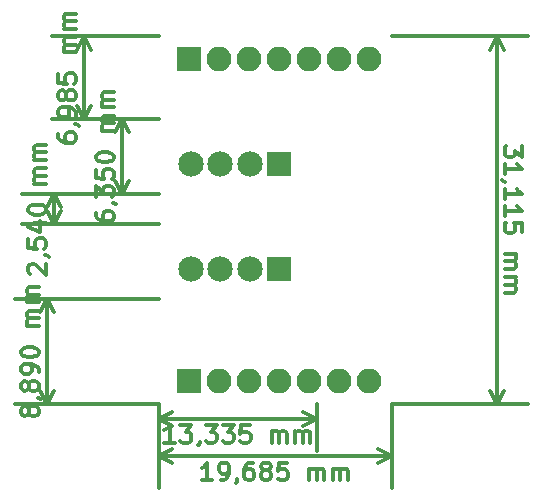
<source format=gbs>
G04 #@! TF.FileFunction,Soldermask,Bot*
%FSLAX46Y46*%
G04 Gerber Fmt 4.6, Leading zero omitted, Abs format (unit mm)*
G04 Created by KiCad (PCBNEW 4.0.7-e1-6374~58~ubuntu16.04.1) date Wed Aug  2 11:39:31 2017*
%MOMM*%
%LPD*%
G01*
G04 APERTURE LIST*
%ADD10C,0.100000*%
%ADD11C,0.300000*%
%ADD12R,2.150000X2.150000*%
%ADD13C,2.150000*%
%ADD14R,2.100000X2.100000*%
%ADD15O,2.100000X2.100000*%
G04 APERTURE END LIST*
D10*
D11*
X147995358Y-137918571D02*
X147138215Y-137918571D01*
X147566787Y-137918571D02*
X147566787Y-136418571D01*
X147423930Y-136632857D01*
X147281072Y-136775714D01*
X147138215Y-136847143D01*
X148495358Y-136418571D02*
X149423929Y-136418571D01*
X148923929Y-136990000D01*
X149138215Y-136990000D01*
X149281072Y-137061429D01*
X149352501Y-137132857D01*
X149423929Y-137275714D01*
X149423929Y-137632857D01*
X149352501Y-137775714D01*
X149281072Y-137847143D01*
X149138215Y-137918571D01*
X148709643Y-137918571D01*
X148566786Y-137847143D01*
X148495358Y-137775714D01*
X150138214Y-137847143D02*
X150138214Y-137918571D01*
X150066786Y-138061429D01*
X149995357Y-138132857D01*
X150638215Y-136418571D02*
X151566786Y-136418571D01*
X151066786Y-136990000D01*
X151281072Y-136990000D01*
X151423929Y-137061429D01*
X151495358Y-137132857D01*
X151566786Y-137275714D01*
X151566786Y-137632857D01*
X151495358Y-137775714D01*
X151423929Y-137847143D01*
X151281072Y-137918571D01*
X150852500Y-137918571D01*
X150709643Y-137847143D01*
X150638215Y-137775714D01*
X152066786Y-136418571D02*
X152995357Y-136418571D01*
X152495357Y-136990000D01*
X152709643Y-136990000D01*
X152852500Y-137061429D01*
X152923929Y-137132857D01*
X152995357Y-137275714D01*
X152995357Y-137632857D01*
X152923929Y-137775714D01*
X152852500Y-137847143D01*
X152709643Y-137918571D01*
X152281071Y-137918571D01*
X152138214Y-137847143D01*
X152066786Y-137775714D01*
X154352500Y-136418571D02*
X153638214Y-136418571D01*
X153566785Y-137132857D01*
X153638214Y-137061429D01*
X153781071Y-136990000D01*
X154138214Y-136990000D01*
X154281071Y-137061429D01*
X154352500Y-137132857D01*
X154423928Y-137275714D01*
X154423928Y-137632857D01*
X154352500Y-137775714D01*
X154281071Y-137847143D01*
X154138214Y-137918571D01*
X153781071Y-137918571D01*
X153638214Y-137847143D01*
X153566785Y-137775714D01*
X156209642Y-137918571D02*
X156209642Y-136918571D01*
X156209642Y-137061429D02*
X156281070Y-136990000D01*
X156423928Y-136918571D01*
X156638213Y-136918571D01*
X156781070Y-136990000D01*
X156852499Y-137132857D01*
X156852499Y-137918571D01*
X156852499Y-137132857D02*
X156923928Y-136990000D01*
X157066785Y-136918571D01*
X157281070Y-136918571D01*
X157423928Y-136990000D01*
X157495356Y-137132857D01*
X157495356Y-137918571D01*
X158209642Y-137918571D02*
X158209642Y-136918571D01*
X158209642Y-137061429D02*
X158281070Y-136990000D01*
X158423928Y-136918571D01*
X158638213Y-136918571D01*
X158781070Y-136990000D01*
X158852499Y-137132857D01*
X158852499Y-137918571D01*
X158852499Y-137132857D02*
X158923928Y-136990000D01*
X159066785Y-136918571D01*
X159281070Y-136918571D01*
X159423928Y-136990000D01*
X159495356Y-137132857D01*
X159495356Y-137918571D01*
X160020000Y-135890000D02*
X146685000Y-135890000D01*
X160020000Y-134620000D02*
X160020000Y-138590000D01*
X146685000Y-134620000D02*
X146685000Y-138590000D01*
X146685000Y-135890000D02*
X147811504Y-135303579D01*
X146685000Y-135890000D02*
X147811504Y-136476421D01*
X160020000Y-135890000D02*
X158893496Y-135303579D01*
X160020000Y-135890000D02*
X158893496Y-136476421D01*
X135631429Y-135389284D02*
X135560000Y-135532142D01*
X135488571Y-135603570D01*
X135345714Y-135674999D01*
X135274286Y-135674999D01*
X135131429Y-135603570D01*
X135060000Y-135532142D01*
X134988571Y-135389284D01*
X134988571Y-135103570D01*
X135060000Y-134960713D01*
X135131429Y-134889284D01*
X135274286Y-134817856D01*
X135345714Y-134817856D01*
X135488571Y-134889284D01*
X135560000Y-134960713D01*
X135631429Y-135103570D01*
X135631429Y-135389284D01*
X135702857Y-135532142D01*
X135774286Y-135603570D01*
X135917143Y-135674999D01*
X136202857Y-135674999D01*
X136345714Y-135603570D01*
X136417143Y-135532142D01*
X136488571Y-135389284D01*
X136488571Y-135103570D01*
X136417143Y-134960713D01*
X136345714Y-134889284D01*
X136202857Y-134817856D01*
X135917143Y-134817856D01*
X135774286Y-134889284D01*
X135702857Y-134960713D01*
X135631429Y-135103570D01*
X136417143Y-134103571D02*
X136488571Y-134103571D01*
X136631429Y-134174999D01*
X136702857Y-134246428D01*
X135631429Y-133246427D02*
X135560000Y-133389285D01*
X135488571Y-133460713D01*
X135345714Y-133532142D01*
X135274286Y-133532142D01*
X135131429Y-133460713D01*
X135060000Y-133389285D01*
X134988571Y-133246427D01*
X134988571Y-132960713D01*
X135060000Y-132817856D01*
X135131429Y-132746427D01*
X135274286Y-132674999D01*
X135345714Y-132674999D01*
X135488571Y-132746427D01*
X135560000Y-132817856D01*
X135631429Y-132960713D01*
X135631429Y-133246427D01*
X135702857Y-133389285D01*
X135774286Y-133460713D01*
X135917143Y-133532142D01*
X136202857Y-133532142D01*
X136345714Y-133460713D01*
X136417143Y-133389285D01*
X136488571Y-133246427D01*
X136488571Y-132960713D01*
X136417143Y-132817856D01*
X136345714Y-132746427D01*
X136202857Y-132674999D01*
X135917143Y-132674999D01*
X135774286Y-132746427D01*
X135702857Y-132817856D01*
X135631429Y-132960713D01*
X136488571Y-131960714D02*
X136488571Y-131674999D01*
X136417143Y-131532142D01*
X136345714Y-131460714D01*
X136131429Y-131317856D01*
X135845714Y-131246428D01*
X135274286Y-131246428D01*
X135131429Y-131317856D01*
X135060000Y-131389285D01*
X134988571Y-131532142D01*
X134988571Y-131817856D01*
X135060000Y-131960714D01*
X135131429Y-132032142D01*
X135274286Y-132103571D01*
X135631429Y-132103571D01*
X135774286Y-132032142D01*
X135845714Y-131960714D01*
X135917143Y-131817856D01*
X135917143Y-131532142D01*
X135845714Y-131389285D01*
X135774286Y-131317856D01*
X135631429Y-131246428D01*
X134988571Y-130317857D02*
X134988571Y-130175000D01*
X135060000Y-130032143D01*
X135131429Y-129960714D01*
X135274286Y-129889285D01*
X135560000Y-129817857D01*
X135917143Y-129817857D01*
X136202857Y-129889285D01*
X136345714Y-129960714D01*
X136417143Y-130032143D01*
X136488571Y-130175000D01*
X136488571Y-130317857D01*
X136417143Y-130460714D01*
X136345714Y-130532143D01*
X136202857Y-130603571D01*
X135917143Y-130675000D01*
X135560000Y-130675000D01*
X135274286Y-130603571D01*
X135131429Y-130532143D01*
X135060000Y-130460714D01*
X134988571Y-130317857D01*
X136488571Y-128032143D02*
X135488571Y-128032143D01*
X135631429Y-128032143D02*
X135560000Y-127960715D01*
X135488571Y-127817857D01*
X135488571Y-127603572D01*
X135560000Y-127460715D01*
X135702857Y-127389286D01*
X136488571Y-127389286D01*
X135702857Y-127389286D02*
X135560000Y-127317857D01*
X135488571Y-127175000D01*
X135488571Y-126960715D01*
X135560000Y-126817857D01*
X135702857Y-126746429D01*
X136488571Y-126746429D01*
X136488571Y-126032143D02*
X135488571Y-126032143D01*
X135631429Y-126032143D02*
X135560000Y-125960715D01*
X135488571Y-125817857D01*
X135488571Y-125603572D01*
X135560000Y-125460715D01*
X135702857Y-125389286D01*
X136488571Y-125389286D01*
X135702857Y-125389286D02*
X135560000Y-125317857D01*
X135488571Y-125175000D01*
X135488571Y-124960715D01*
X135560000Y-124817857D01*
X135702857Y-124746429D01*
X136488571Y-124746429D01*
X137160000Y-134620000D02*
X137160000Y-125730000D01*
X146685000Y-134620000D02*
X134460000Y-134620000D01*
X146685000Y-125730000D02*
X134460000Y-125730000D01*
X137160000Y-125730000D02*
X137746421Y-126856504D01*
X137160000Y-125730000D02*
X136573579Y-126856504D01*
X137160000Y-134620000D02*
X137746421Y-133493496D01*
X137160000Y-134620000D02*
X136573579Y-133493496D01*
X135766429Y-123609999D02*
X135695000Y-123538570D01*
X135623571Y-123395713D01*
X135623571Y-123038570D01*
X135695000Y-122895713D01*
X135766429Y-122824284D01*
X135909286Y-122752856D01*
X136052143Y-122752856D01*
X136266429Y-122824284D01*
X137123571Y-123681427D01*
X137123571Y-122752856D01*
X137052143Y-122038571D02*
X137123571Y-122038571D01*
X137266429Y-122109999D01*
X137337857Y-122181428D01*
X135623571Y-120681427D02*
X135623571Y-121395713D01*
X136337857Y-121467142D01*
X136266429Y-121395713D01*
X136195000Y-121252856D01*
X136195000Y-120895713D01*
X136266429Y-120752856D01*
X136337857Y-120681427D01*
X136480714Y-120609999D01*
X136837857Y-120609999D01*
X136980714Y-120681427D01*
X137052143Y-120752856D01*
X137123571Y-120895713D01*
X137123571Y-121252856D01*
X137052143Y-121395713D01*
X136980714Y-121467142D01*
X136123571Y-119324285D02*
X137123571Y-119324285D01*
X135552143Y-119681428D02*
X136623571Y-120038571D01*
X136623571Y-119109999D01*
X135623571Y-118252857D02*
X135623571Y-118110000D01*
X135695000Y-117967143D01*
X135766429Y-117895714D01*
X135909286Y-117824285D01*
X136195000Y-117752857D01*
X136552143Y-117752857D01*
X136837857Y-117824285D01*
X136980714Y-117895714D01*
X137052143Y-117967143D01*
X137123571Y-118110000D01*
X137123571Y-118252857D01*
X137052143Y-118395714D01*
X136980714Y-118467143D01*
X136837857Y-118538571D01*
X136552143Y-118610000D01*
X136195000Y-118610000D01*
X135909286Y-118538571D01*
X135766429Y-118467143D01*
X135695000Y-118395714D01*
X135623571Y-118252857D01*
X137123571Y-115967143D02*
X136123571Y-115967143D01*
X136266429Y-115967143D02*
X136195000Y-115895715D01*
X136123571Y-115752857D01*
X136123571Y-115538572D01*
X136195000Y-115395715D01*
X136337857Y-115324286D01*
X137123571Y-115324286D01*
X136337857Y-115324286D02*
X136195000Y-115252857D01*
X136123571Y-115110000D01*
X136123571Y-114895715D01*
X136195000Y-114752857D01*
X136337857Y-114681429D01*
X137123571Y-114681429D01*
X137123571Y-113967143D02*
X136123571Y-113967143D01*
X136266429Y-113967143D02*
X136195000Y-113895715D01*
X136123571Y-113752857D01*
X136123571Y-113538572D01*
X136195000Y-113395715D01*
X136337857Y-113324286D01*
X137123571Y-113324286D01*
X136337857Y-113324286D02*
X136195000Y-113252857D01*
X136123571Y-113110000D01*
X136123571Y-112895715D01*
X136195000Y-112752857D01*
X136337857Y-112681429D01*
X137123571Y-112681429D01*
X137795000Y-119380000D02*
X137795000Y-116840000D01*
X146685000Y-119380000D02*
X135095000Y-119380000D01*
X146685000Y-116840000D02*
X135095000Y-116840000D01*
X137795000Y-116840000D02*
X138381421Y-117966504D01*
X137795000Y-116840000D02*
X137208579Y-117966504D01*
X137795000Y-119380000D02*
X138381421Y-118253496D01*
X137795000Y-119380000D02*
X137208579Y-118253496D01*
X141338571Y-118450713D02*
X141338571Y-118736427D01*
X141410000Y-118879284D01*
X141481429Y-118950713D01*
X141695714Y-119093570D01*
X141981429Y-119164999D01*
X142552857Y-119164999D01*
X142695714Y-119093570D01*
X142767143Y-119022142D01*
X142838571Y-118879284D01*
X142838571Y-118593570D01*
X142767143Y-118450713D01*
X142695714Y-118379284D01*
X142552857Y-118307856D01*
X142195714Y-118307856D01*
X142052857Y-118379284D01*
X141981429Y-118450713D01*
X141910000Y-118593570D01*
X141910000Y-118879284D01*
X141981429Y-119022142D01*
X142052857Y-119093570D01*
X142195714Y-119164999D01*
X142767143Y-117593571D02*
X142838571Y-117593571D01*
X142981429Y-117664999D01*
X143052857Y-117736428D01*
X141338571Y-117093570D02*
X141338571Y-116164999D01*
X141910000Y-116664999D01*
X141910000Y-116450713D01*
X141981429Y-116307856D01*
X142052857Y-116236427D01*
X142195714Y-116164999D01*
X142552857Y-116164999D01*
X142695714Y-116236427D01*
X142767143Y-116307856D01*
X142838571Y-116450713D01*
X142838571Y-116879285D01*
X142767143Y-117022142D01*
X142695714Y-117093570D01*
X141338571Y-114807856D02*
X141338571Y-115522142D01*
X142052857Y-115593571D01*
X141981429Y-115522142D01*
X141910000Y-115379285D01*
X141910000Y-115022142D01*
X141981429Y-114879285D01*
X142052857Y-114807856D01*
X142195714Y-114736428D01*
X142552857Y-114736428D01*
X142695714Y-114807856D01*
X142767143Y-114879285D01*
X142838571Y-115022142D01*
X142838571Y-115379285D01*
X142767143Y-115522142D01*
X142695714Y-115593571D01*
X141338571Y-113807857D02*
X141338571Y-113665000D01*
X141410000Y-113522143D01*
X141481429Y-113450714D01*
X141624286Y-113379285D01*
X141910000Y-113307857D01*
X142267143Y-113307857D01*
X142552857Y-113379285D01*
X142695714Y-113450714D01*
X142767143Y-113522143D01*
X142838571Y-113665000D01*
X142838571Y-113807857D01*
X142767143Y-113950714D01*
X142695714Y-114022143D01*
X142552857Y-114093571D01*
X142267143Y-114165000D01*
X141910000Y-114165000D01*
X141624286Y-114093571D01*
X141481429Y-114022143D01*
X141410000Y-113950714D01*
X141338571Y-113807857D01*
X142838571Y-111522143D02*
X141838571Y-111522143D01*
X141981429Y-111522143D02*
X141910000Y-111450715D01*
X141838571Y-111307857D01*
X141838571Y-111093572D01*
X141910000Y-110950715D01*
X142052857Y-110879286D01*
X142838571Y-110879286D01*
X142052857Y-110879286D02*
X141910000Y-110807857D01*
X141838571Y-110665000D01*
X141838571Y-110450715D01*
X141910000Y-110307857D01*
X142052857Y-110236429D01*
X142838571Y-110236429D01*
X142838571Y-109522143D02*
X141838571Y-109522143D01*
X141981429Y-109522143D02*
X141910000Y-109450715D01*
X141838571Y-109307857D01*
X141838571Y-109093572D01*
X141910000Y-108950715D01*
X142052857Y-108879286D01*
X142838571Y-108879286D01*
X142052857Y-108879286D02*
X141910000Y-108807857D01*
X141838571Y-108665000D01*
X141838571Y-108450715D01*
X141910000Y-108307857D01*
X142052857Y-108236429D01*
X142838571Y-108236429D01*
X143510000Y-116840000D02*
X143510000Y-110490000D01*
X146685000Y-116840000D02*
X140810000Y-116840000D01*
X146685000Y-110490000D02*
X140810000Y-110490000D01*
X143510000Y-110490000D02*
X144096421Y-111616504D01*
X143510000Y-110490000D02*
X142923579Y-111616504D01*
X143510000Y-116840000D02*
X144096421Y-115713496D01*
X143510000Y-116840000D02*
X142923579Y-115713496D01*
X138163571Y-111783213D02*
X138163571Y-112068927D01*
X138235000Y-112211784D01*
X138306429Y-112283213D01*
X138520714Y-112426070D01*
X138806429Y-112497499D01*
X139377857Y-112497499D01*
X139520714Y-112426070D01*
X139592143Y-112354642D01*
X139663571Y-112211784D01*
X139663571Y-111926070D01*
X139592143Y-111783213D01*
X139520714Y-111711784D01*
X139377857Y-111640356D01*
X139020714Y-111640356D01*
X138877857Y-111711784D01*
X138806429Y-111783213D01*
X138735000Y-111926070D01*
X138735000Y-112211784D01*
X138806429Y-112354642D01*
X138877857Y-112426070D01*
X139020714Y-112497499D01*
X139592143Y-110926071D02*
X139663571Y-110926071D01*
X139806429Y-110997499D01*
X139877857Y-111068928D01*
X139663571Y-110211785D02*
X139663571Y-109926070D01*
X139592143Y-109783213D01*
X139520714Y-109711785D01*
X139306429Y-109568927D01*
X139020714Y-109497499D01*
X138449286Y-109497499D01*
X138306429Y-109568927D01*
X138235000Y-109640356D01*
X138163571Y-109783213D01*
X138163571Y-110068927D01*
X138235000Y-110211785D01*
X138306429Y-110283213D01*
X138449286Y-110354642D01*
X138806429Y-110354642D01*
X138949286Y-110283213D01*
X139020714Y-110211785D01*
X139092143Y-110068927D01*
X139092143Y-109783213D01*
X139020714Y-109640356D01*
X138949286Y-109568927D01*
X138806429Y-109497499D01*
X138806429Y-108640356D02*
X138735000Y-108783214D01*
X138663571Y-108854642D01*
X138520714Y-108926071D01*
X138449286Y-108926071D01*
X138306429Y-108854642D01*
X138235000Y-108783214D01*
X138163571Y-108640356D01*
X138163571Y-108354642D01*
X138235000Y-108211785D01*
X138306429Y-108140356D01*
X138449286Y-108068928D01*
X138520714Y-108068928D01*
X138663571Y-108140356D01*
X138735000Y-108211785D01*
X138806429Y-108354642D01*
X138806429Y-108640356D01*
X138877857Y-108783214D01*
X138949286Y-108854642D01*
X139092143Y-108926071D01*
X139377857Y-108926071D01*
X139520714Y-108854642D01*
X139592143Y-108783214D01*
X139663571Y-108640356D01*
X139663571Y-108354642D01*
X139592143Y-108211785D01*
X139520714Y-108140356D01*
X139377857Y-108068928D01*
X139092143Y-108068928D01*
X138949286Y-108140356D01*
X138877857Y-108211785D01*
X138806429Y-108354642D01*
X138163571Y-106711785D02*
X138163571Y-107426071D01*
X138877857Y-107497500D01*
X138806429Y-107426071D01*
X138735000Y-107283214D01*
X138735000Y-106926071D01*
X138806429Y-106783214D01*
X138877857Y-106711785D01*
X139020714Y-106640357D01*
X139377857Y-106640357D01*
X139520714Y-106711785D01*
X139592143Y-106783214D01*
X139663571Y-106926071D01*
X139663571Y-107283214D01*
X139592143Y-107426071D01*
X139520714Y-107497500D01*
X139663571Y-104854643D02*
X138663571Y-104854643D01*
X138806429Y-104854643D02*
X138735000Y-104783215D01*
X138663571Y-104640357D01*
X138663571Y-104426072D01*
X138735000Y-104283215D01*
X138877857Y-104211786D01*
X139663571Y-104211786D01*
X138877857Y-104211786D02*
X138735000Y-104140357D01*
X138663571Y-103997500D01*
X138663571Y-103783215D01*
X138735000Y-103640357D01*
X138877857Y-103568929D01*
X139663571Y-103568929D01*
X139663571Y-102854643D02*
X138663571Y-102854643D01*
X138806429Y-102854643D02*
X138735000Y-102783215D01*
X138663571Y-102640357D01*
X138663571Y-102426072D01*
X138735000Y-102283215D01*
X138877857Y-102211786D01*
X139663571Y-102211786D01*
X138877857Y-102211786D02*
X138735000Y-102140357D01*
X138663571Y-101997500D01*
X138663571Y-101783215D01*
X138735000Y-101640357D01*
X138877857Y-101568929D01*
X139663571Y-101568929D01*
X140335000Y-110490000D02*
X140335000Y-103505000D01*
X146685000Y-110490000D02*
X137635000Y-110490000D01*
X146685000Y-103505000D02*
X137635000Y-103505000D01*
X140335000Y-103505000D02*
X140921421Y-104631504D01*
X140335000Y-103505000D02*
X139748579Y-104631504D01*
X140335000Y-110490000D02*
X140921421Y-109363496D01*
X140335000Y-110490000D02*
X139748579Y-109363496D01*
X151170358Y-141093571D02*
X150313215Y-141093571D01*
X150741787Y-141093571D02*
X150741787Y-139593571D01*
X150598930Y-139807857D01*
X150456072Y-139950714D01*
X150313215Y-140022143D01*
X151884643Y-141093571D02*
X152170358Y-141093571D01*
X152313215Y-141022143D01*
X152384643Y-140950714D01*
X152527501Y-140736429D01*
X152598929Y-140450714D01*
X152598929Y-139879286D01*
X152527501Y-139736429D01*
X152456072Y-139665000D01*
X152313215Y-139593571D01*
X152027501Y-139593571D01*
X151884643Y-139665000D01*
X151813215Y-139736429D01*
X151741786Y-139879286D01*
X151741786Y-140236429D01*
X151813215Y-140379286D01*
X151884643Y-140450714D01*
X152027501Y-140522143D01*
X152313215Y-140522143D01*
X152456072Y-140450714D01*
X152527501Y-140379286D01*
X152598929Y-140236429D01*
X153313214Y-141022143D02*
X153313214Y-141093571D01*
X153241786Y-141236429D01*
X153170357Y-141307857D01*
X154598929Y-139593571D02*
X154313215Y-139593571D01*
X154170358Y-139665000D01*
X154098929Y-139736429D01*
X153956072Y-139950714D01*
X153884643Y-140236429D01*
X153884643Y-140807857D01*
X153956072Y-140950714D01*
X154027500Y-141022143D01*
X154170358Y-141093571D01*
X154456072Y-141093571D01*
X154598929Y-141022143D01*
X154670358Y-140950714D01*
X154741786Y-140807857D01*
X154741786Y-140450714D01*
X154670358Y-140307857D01*
X154598929Y-140236429D01*
X154456072Y-140165000D01*
X154170358Y-140165000D01*
X154027500Y-140236429D01*
X153956072Y-140307857D01*
X153884643Y-140450714D01*
X155598929Y-140236429D02*
X155456071Y-140165000D01*
X155384643Y-140093571D01*
X155313214Y-139950714D01*
X155313214Y-139879286D01*
X155384643Y-139736429D01*
X155456071Y-139665000D01*
X155598929Y-139593571D01*
X155884643Y-139593571D01*
X156027500Y-139665000D01*
X156098929Y-139736429D01*
X156170357Y-139879286D01*
X156170357Y-139950714D01*
X156098929Y-140093571D01*
X156027500Y-140165000D01*
X155884643Y-140236429D01*
X155598929Y-140236429D01*
X155456071Y-140307857D01*
X155384643Y-140379286D01*
X155313214Y-140522143D01*
X155313214Y-140807857D01*
X155384643Y-140950714D01*
X155456071Y-141022143D01*
X155598929Y-141093571D01*
X155884643Y-141093571D01*
X156027500Y-141022143D01*
X156098929Y-140950714D01*
X156170357Y-140807857D01*
X156170357Y-140522143D01*
X156098929Y-140379286D01*
X156027500Y-140307857D01*
X155884643Y-140236429D01*
X157527500Y-139593571D02*
X156813214Y-139593571D01*
X156741785Y-140307857D01*
X156813214Y-140236429D01*
X156956071Y-140165000D01*
X157313214Y-140165000D01*
X157456071Y-140236429D01*
X157527500Y-140307857D01*
X157598928Y-140450714D01*
X157598928Y-140807857D01*
X157527500Y-140950714D01*
X157456071Y-141022143D01*
X157313214Y-141093571D01*
X156956071Y-141093571D01*
X156813214Y-141022143D01*
X156741785Y-140950714D01*
X159384642Y-141093571D02*
X159384642Y-140093571D01*
X159384642Y-140236429D02*
X159456070Y-140165000D01*
X159598928Y-140093571D01*
X159813213Y-140093571D01*
X159956070Y-140165000D01*
X160027499Y-140307857D01*
X160027499Y-141093571D01*
X160027499Y-140307857D02*
X160098928Y-140165000D01*
X160241785Y-140093571D01*
X160456070Y-140093571D01*
X160598928Y-140165000D01*
X160670356Y-140307857D01*
X160670356Y-141093571D01*
X161384642Y-141093571D02*
X161384642Y-140093571D01*
X161384642Y-140236429D02*
X161456070Y-140165000D01*
X161598928Y-140093571D01*
X161813213Y-140093571D01*
X161956070Y-140165000D01*
X162027499Y-140307857D01*
X162027499Y-141093571D01*
X162027499Y-140307857D02*
X162098928Y-140165000D01*
X162241785Y-140093571D01*
X162456070Y-140093571D01*
X162598928Y-140165000D01*
X162670356Y-140307857D01*
X162670356Y-141093571D01*
X166370000Y-139065000D02*
X146685000Y-139065000D01*
X166370000Y-134620000D02*
X166370000Y-141765000D01*
X146685000Y-134620000D02*
X146685000Y-141765000D01*
X146685000Y-139065000D02*
X147811504Y-138478579D01*
X146685000Y-139065000D02*
X147811504Y-139651421D01*
X166370000Y-139065000D02*
X165243496Y-138478579D01*
X166370000Y-139065000D02*
X165243496Y-139651421D01*
X177431429Y-112776787D02*
X177431429Y-113705358D01*
X176860000Y-113205358D01*
X176860000Y-113419644D01*
X176788571Y-113562501D01*
X176717143Y-113633930D01*
X176574286Y-113705358D01*
X176217143Y-113705358D01*
X176074286Y-113633930D01*
X176002857Y-113562501D01*
X175931429Y-113419644D01*
X175931429Y-112991072D01*
X176002857Y-112848215D01*
X176074286Y-112776787D01*
X175931429Y-115133929D02*
X175931429Y-114276786D01*
X175931429Y-114705358D02*
X177431429Y-114705358D01*
X177217143Y-114562501D01*
X177074286Y-114419643D01*
X177002857Y-114276786D01*
X176002857Y-115848214D02*
X175931429Y-115848214D01*
X175788571Y-115776786D01*
X175717143Y-115705357D01*
X175931429Y-117276786D02*
X175931429Y-116419643D01*
X175931429Y-116848215D02*
X177431429Y-116848215D01*
X177217143Y-116705358D01*
X177074286Y-116562500D01*
X177002857Y-116419643D01*
X175931429Y-118705357D02*
X175931429Y-117848214D01*
X175931429Y-118276786D02*
X177431429Y-118276786D01*
X177217143Y-118133929D01*
X177074286Y-117991071D01*
X177002857Y-117848214D01*
X177431429Y-120062500D02*
X177431429Y-119348214D01*
X176717143Y-119276785D01*
X176788571Y-119348214D01*
X176860000Y-119491071D01*
X176860000Y-119848214D01*
X176788571Y-119991071D01*
X176717143Y-120062500D01*
X176574286Y-120133928D01*
X176217143Y-120133928D01*
X176074286Y-120062500D01*
X176002857Y-119991071D01*
X175931429Y-119848214D01*
X175931429Y-119491071D01*
X176002857Y-119348214D01*
X176074286Y-119276785D01*
X175931429Y-121919642D02*
X176931429Y-121919642D01*
X176788571Y-121919642D02*
X176860000Y-121991070D01*
X176931429Y-122133928D01*
X176931429Y-122348213D01*
X176860000Y-122491070D01*
X176717143Y-122562499D01*
X175931429Y-122562499D01*
X176717143Y-122562499D02*
X176860000Y-122633928D01*
X176931429Y-122776785D01*
X176931429Y-122991070D01*
X176860000Y-123133928D01*
X176717143Y-123205356D01*
X175931429Y-123205356D01*
X175931429Y-123919642D02*
X176931429Y-123919642D01*
X176788571Y-123919642D02*
X176860000Y-123991070D01*
X176931429Y-124133928D01*
X176931429Y-124348213D01*
X176860000Y-124491070D01*
X176717143Y-124562499D01*
X175931429Y-124562499D01*
X176717143Y-124562499D02*
X176860000Y-124633928D01*
X176931429Y-124776785D01*
X176931429Y-124991070D01*
X176860000Y-125133928D01*
X176717143Y-125205356D01*
X175931429Y-125205356D01*
X175260000Y-103505000D02*
X175260000Y-134620000D01*
X166370000Y-103505000D02*
X177960000Y-103505000D01*
X166370000Y-134620000D02*
X177960000Y-134620000D01*
X175260000Y-134620000D02*
X174673579Y-133493496D01*
X175260000Y-134620000D02*
X175846421Y-133493496D01*
X175260000Y-103505000D02*
X174673579Y-104631504D01*
X175260000Y-103505000D02*
X175846421Y-104631504D01*
D12*
X156845000Y-114300000D03*
D13*
X154345000Y-114300000D03*
X151845000Y-114300000D03*
X149345000Y-114300000D03*
D12*
X156845000Y-123190000D03*
D13*
X154345000Y-123190000D03*
X151845000Y-123190000D03*
X149345000Y-123190000D03*
D14*
X149225000Y-132715000D03*
D15*
X151765000Y-132715000D03*
X154305000Y-132715000D03*
X156845000Y-132715000D03*
X159385000Y-132715000D03*
X161925000Y-132715000D03*
X164465000Y-132715000D03*
D14*
X149225000Y-105410000D03*
D15*
X151765000Y-105410000D03*
X154305000Y-105410000D03*
X156845000Y-105410000D03*
X159385000Y-105410000D03*
X161925000Y-105410000D03*
X164465000Y-105410000D03*
M02*

</source>
